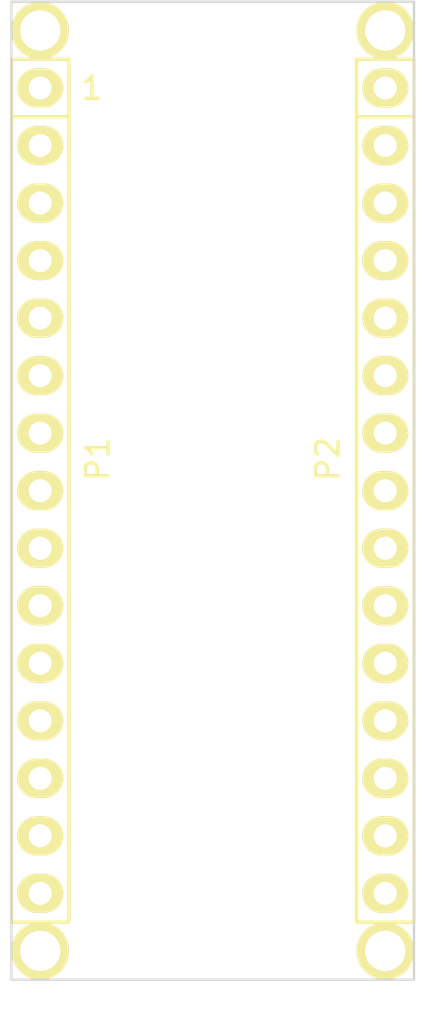
<source format=kicad_pcb>
(kicad_pcb (version 20221018) (generator pcbnew)
  (title_block (date "jeu. 02 avril 2015"))
  (layers (0 "F.Cu" signal) (31 "B.Cu" signal) (34 "B.Paste" user) (35 "F.Paste" user) (36 "B.SilkS" user "B.Silkscreen") (37 "F.SilkS" user "F.Silkscreen") (38 "B.Mask" user) (39 "F.Mask" user) (44 "Edge.Cuts" user))
  (net 0 "")
  (net 1 "/1(Tx)")
  (net 2 "/0(Rx)")
  (net 3 "/Reset")
  (net 4 "GND")
  (net 5 "/2")
  (net 6 "/3(**)")
  (net 7 "/4")
  (net 8 "/5(**)")
  (net 9 "/6(**)")
  (net 10 "/7")
  (net 11 "/8")
  (net 12 "/9(**)")
  (net 13 "/10(**/SS)")
  (net 14 "/11(**/MISO)")
  (net 15 "/12(MOSI)")
  (net 16 "/Vin")
  (net 17 "+5V")
  (net 18 "/A7")
  (net 19 "/A6")
  (net 20 "/A5")
  (net 21 "/A4")
  (net 22 "/A3")
  (net 23 "/A2")
  (net 24 "/A1")
  (net 25 "/A0")
  (net 26 "/AREF")
  (net 27 "+3.3V")
  (net 28 "/13(SCK)")
  (net 29 "Net-(P3-Pad1)")
  (net 30 "Net-(P4-Pad1)")
  (net 31 "Net-(P5-Pad1)")
  (net 32 "Net-(P6-Pad1)")
  (footprint "Socket_Arduino_Nano:Socket_Strip_Arduino_1x15" (layer "F.Cu") (at 139.446 71.247 -90)
    (fp_text reference "P1" (at 16.383 -2.54 270) (layer "F.SilkS"))
    (fp_text value "Digital")
    (fp_line (start -1.27 -1.27) (end -1.27 1.27) (stroke (width 0.15)) (layer "F.SilkS"))
    (fp_line (start -1.27 1.27) (end 1.27 1.27) (stroke (width 0.15)) (layer "F.SilkS"))
    (fp_line (start 1.27 -1.27) (end -1.27 -1.27) (stroke (width 0.15)) (layer "F.SilkS"))
    (fp_line (start 1.27 -1.27) (end 36.83 -1.27) (stroke (width 0.15)) (layer "F.SilkS"))
    (fp_line (start 1.27 1.27) (end 1.27 -1.27) (stroke (width 0.15)) (layer "F.SilkS"))
    (fp_line (start 36.83 -1.27) (end 36.83 1.27) (stroke (width 0.15)) (layer "F.SilkS"))
    (fp_line (start 36.83 1.27) (end 1.27 1.27) (stroke (width 0.15)) (layer "F.SilkS"))
    (pad "1" thru_hole oval locked (at 0 0 270) (size 1.7272 2.032) (drill 1.016) (layers "*.Cu" "*.Mask" "F.SilkS") (net 1 "/1(Tx)"))
    (pad "2" thru_hole oval locked (at 2.54 0 270) (size 1.7272 2.032) (drill 1.016) (layers "*.Cu" "*.Mask" "F.SilkS") (net 2 "/0(Rx)"))
    (pad "3" thru_hole oval locked (at 5.08 0 270) (size 1.7272 2.032) (drill 1.016) (layers "*.Cu" "*.Mask" "F.SilkS") (net 3 "/Reset"))
    (pad "4" thru_hole oval locked (at 7.62 0 270) (size 1.7272 2.032) (drill 1.016) (layers "*.Cu" "*.Mask" "F.SilkS") (net 4 "GND"))
    (pad "5" thru_hole oval locked (at 10.16 0 270) (size 1.7272 2.032) (drill 1.016) (layers "*.Cu" "*.Mask" "F.SilkS") (net 5 "/2"))
    (pad "6" thru_hole oval locked (at 12.7 0 270) (size 1.7272 2.032) (drill 1.016) (layers "*.Cu" "*.Mask" "F.SilkS") (net 6 "/3(**)"))
    (pad "7" thru_hole oval locked (at 15.24 0 270) (size 1.7272 2.032) (drill 1.016) (layers "*.Cu" "*.Mask" "F.SilkS") (net 7 "/4"))
    (pad "8" thru_hole oval locked (at 17.78 0 270) (size 1.7272 2.032) (drill 1.016) (layers "*.Cu" "*.Mask" "F.SilkS") (net 8 "/5(**)"))
    (pad "9" thru_hole oval locked (at 20.32 0 270) (size 1.7272 2.032) (drill 1.016) (layers "*.Cu" "*.Mask" "F.SilkS") (net 9 "/6(**)"))
    (pad "10" thru_hole oval locked (at 22.86 0 270) (size 1.7272 2.032) (drill 1.016) (layers "*.Cu" "*.Mask" "F.SilkS") (net 10 "/7"))
    (pad "11" thru_hole oval locked (at 25.4 0 270) (size 1.7272 2.032) (drill 1.016) (layers "*.Cu" "*.Mask" "F.SilkS") (net 11 "/8"))
    (pad "12" thru_hole oval locked (at 27.94 0 270) (size 1.7272 2.032) (drill 1.016) (layers "*.Cu" "*.Mask" "F.SilkS") (net 12 "/9(**)"))
    (pad "13" thru_hole oval locked (at 30.48 0 270) (size 1.7272 2.032) (drill 1.016) (layers "*.Cu" "*.Mask" "F.SilkS") (net 13 "/10(**/SS)"))
    (pad "14" thru_hole oval locked (at 33.02 0 270) (size 1.7272 2.032) (drill 1.016) (layers "*.Cu" "*.Mask" "F.SilkS") (net 14 "/11(**/MISO)"))
    (pad "15" thru_hole oval locked (at 35.56 0 270) (size 1.7272 2.032) (drill 1.016) (layers "*.Cu" "*.Mask" "F.SilkS") (net 15 "/12(MOSI)"))
  )
  (footprint "Socket_Arduino_Nano:Socket_Strip_Arduino_1x15" (layer "F.Cu") (at 154.686 71.247 -90)
    (fp_text reference "P2" (at 16.383 2.54 270) (layer "F.SilkS"))
    (fp_text value "Analog")
    (fp_line (start -1.27 -1.27) (end -1.27 1.27) (stroke (width 0.15)) (layer "F.SilkS"))
    (fp_line (start -1.27 1.27) (end 1.27 1.27) (stroke (width 0.15)) (layer "F.SilkS"))
    (fp_line (start 1.27 -1.27) (end -1.27 -1.27) (stroke (width 0.15)) (layer "F.SilkS"))
    (fp_line (start 1.27 -1.27) (end 36.83 -1.27) (stroke (width 0.15)) (layer "F.SilkS"))
    (fp_line (start 1.27 1.27) (end 1.27 -1.27) (stroke (width 0.15)) (layer "F.SilkS"))
    (fp_line (start 36.83 -1.27) (end 36.83 1.27) (stroke (width 0.15)) (layer "F.SilkS"))
    (fp_line (start 36.83 1.27) (end 1.27 1.27) (stroke (width 0.15)) (layer "F.SilkS"))
    (pad "1" thru_hole oval locked (at 0 0 270) (size 1.7272 2.032) (drill 1.016) (layers "*.Cu" "*.Mask" "F.SilkS") (net 16 "/Vin"))
    (pad "2" thru_hole oval locked (at 2.54 0 270) (size 1.7272 2.032) (drill 1.016) (layers "*.Cu" "*.Mask" "F.SilkS") (net 4 "GND"))
    (pad "3" thru_hole oval locked (at 5.08 0 270) (size 1.7272 2.032) (drill 1.016) (layers "*.Cu" "*.Mask" "F.SilkS") (net 3 "/Reset"))
    (pad "4" thru_hole oval locked (at 7.62 0 270) (size 1.7272 2.032) (drill 1.016) (layers "*.Cu" "*.Mask" "F.SilkS") (net 17 "+5V"))
    (pad "5" thru_hole oval locked (at 10.16 0 270) (size 1.7272 2.032) (drill 1.016) (layers "*.Cu" "*.Mask" "F.SilkS") (net 18 "/A7"))
    (pad "6" thru_hole oval locked (at 12.7 0 270) (size 1.7272 2.032) (drill 1.016) (layers "*.Cu" "*.Mask" "F.SilkS") (net 19 "/A6"))
    (pad "7" thru_hole oval locked (at 15.24 0 270) (size 1.7272 2.032) (drill 1.016) (layers "*.Cu" "*.Mask" "F.SilkS") (net 20 "/A5"))
    (pad "8" thru_hole oval locked (at 17.78 0 270) (size 1.7272 2.032) (drill 1.016) (layers "*.Cu" "*.Mask" "F.SilkS") (net 21 "/A4"))
    (pad "9" thru_hole oval locked (at 20.32 0 270) (size 1.7272 2.032) (drill 1.016) (layers "*.Cu" "*.Mask" "F.SilkS") (net 22 "/A3"))
    (pad "10" thru_hole oval locked (at 22.86 0 270) (size 1.7272 2.032) (drill 1.016) (layers "*.Cu" "*.Mask" "F.SilkS") (net 23 "/A2"))
    (pad "11" thru_hole oval locked (at 25.4 0 270) (size 1.7272 2.032) (drill 1.016) (layers "*.Cu" "*.Mask" "F.SilkS") (net 24 "/A1"))
    (pad "12" thru_hole oval locked (at 27.94 0 270) (size 1.7272 2.032) (drill 1.016) (layers "*.Cu" "*.Mask" "F.SilkS") (net 25 "/A0"))
    (pad "13" thru_hole oval locked (at 30.48 0 270) (size 1.7272 2.032) (drill 1.016) (layers "*.Cu" "*.Mask" "F.SilkS") (net 26 "/AREF"))
    (pad "14" thru_hole oval locked (at 33.02 0 270) (size 1.7272 2.032) (drill 1.016) (layers "*.Cu" "*.Mask" "F.SilkS") (net 27 "+3.3V"))
    (pad "15" thru_hole oval locked (at 35.56 0 270) (size 1.7272 2.032) (drill 1.016) (layers "*.Cu" "*.Mask" "F.SilkS") (net 28 "/13(SCK)"))
  )
  (footprint "Socket_Arduino_Nano:1pin_Nano" (layer "F.Cu") (at 139.446 68.707)
    (fp_text reference "P3" hide)
    (fp_text value "CONN_1" hide)
    (pad "1" thru_hole circle locked (at 0 0) (size 2.54 2.54) (drill 1.778) (layers "*.Cu" "*.Mask" "F.SilkS") (net 29 "Net-(P3-Pad1)"))
  )
  (footprint "Socket_Arduino_Nano:1pin_Nano" (layer "F.Cu") (at 139.446 109.347)
    (fp_text reference "P4" hide)
    (fp_text value "CONN_1" hide)
    (pad "1" thru_hole circle locked (at 0 0) (size 2.54 2.54) (drill 1.778) (layers "*.Cu" "*.Mask" "F.SilkS") (net 30 "Net-(P4-Pad1)"))
  )
  (footprint "Socket_Arduino_Nano:1pin_Nano" (layer "F.Cu") (at 154.686 109.347)
    (fp_text reference "P5" hide)
    (fp_text value "CONN_1" hide)
    (pad "1" thru_hole circle locked (at 0 0) (size 2.54 2.54) (drill 1.778) (layers "*.Cu" "*.Mask" "F.SilkS") (net 31 "Net-(P5-Pad1)"))
  )
  (footprint "Socket_Arduino_Nano:1pin_Nano" (layer "F.Cu") (at 154.686 68.707)
    (fp_text reference "P6" hide)
    (fp_text value "CONN_1" hide)
    (pad "1" thru_hole circle locked (at 0 0) (size 2.54 2.54) (drill 1.778) (layers "*.Cu" "*.Mask" "F.SilkS") (net 32 "Net-(P6-Pad1)"))
  )
  (gr_line (start 155.956 67.437) (end 138.176 67.437) (stroke (width 0.1)) (layer "Edge.Cuts"))
  (gr_line (start 138.176 110.617) (end 155.956 110.617) (stroke (width 0.1)) (layer "Edge.Cuts"))
  (gr_line (start 155.956 110.617) (end 155.956 67.437) (stroke (width 0.1)) (layer "Edge.Cuts"))
  (gr_line (start 138.176 67.437) (end 138.176 110.617) (stroke (width 0.1)) (layer "Edge.Cuts"))
  (gr_text "1" (at 141.732 71.247) (layer "F.SilkS") (effects (font (size 1 1))))
)
</source>
